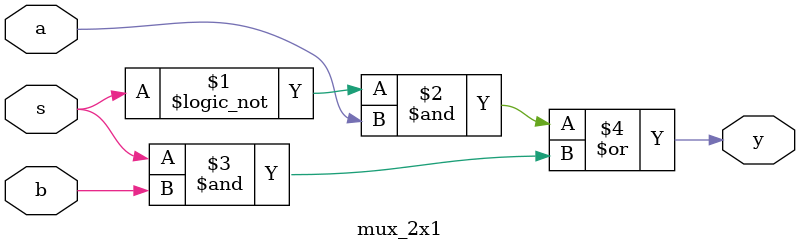
<source format=v>
/*module mux_5x1(i,s,y);
	input [4:0]i;
	input [2:0]s;
	output y;
	
	wire w1,w2,w3,w4;
	
	mux_2x1 m1(i[0],i[1],s[0],w1);
	mux_2x1 m2(i[2],i[3],s[0],w2);
	mux_2x1 m3(i[4],1'b0,s[0],w3);
	
	mux_2x1 m4(w1,w2,s[1],w4);
	
	mux_2x1 m5(w4,w3,s[2],y);
	
endmodule
*/
module mux_5x1(i,s,y);
	input [4:0]i;
	input [2:0]s;
	output y;
	
	wire w1,w2,w3;
	
	mux_2x1 m1(i[0],i[1],s[0],w1);
	mux_2x1 m2(i[2],i[3],s[0],w2);
	mux_2x1 m3(w1,w2,s[1],w3);
	mux_2x1 m4(w3,i[4],s[2],y);
	
endmodule

module mux_2x1(a,b,s,y);
	input a,b,s;
	output y;
	
	assign y = (!s & a) | (s & b);
endmodule
</source>
